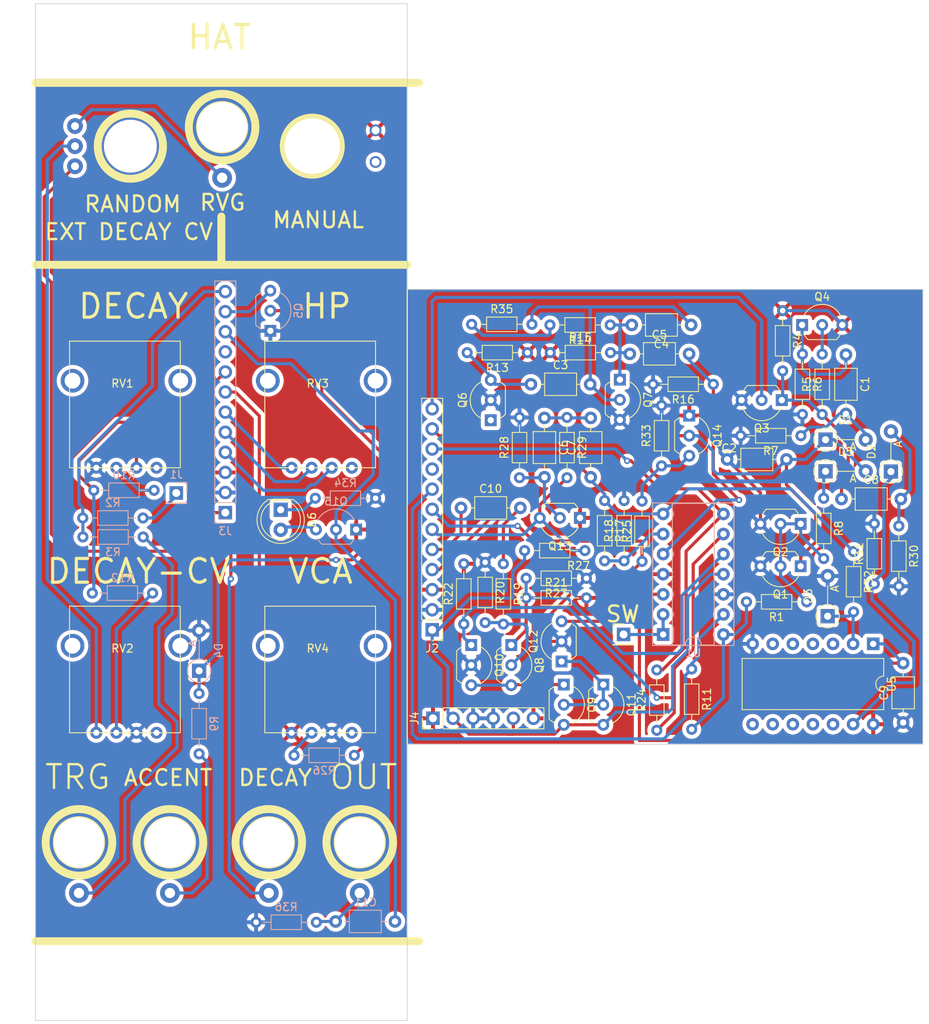
<source format=kicad_pcb>
(kicad_pcb (version 20221018) (generator pcbnew)
  (layers (0 "F.Cu" signal) (31 "B.Cu" signal) (34 "B.Paste" user) (35 "F.Paste" user) (36 "B.SilkS" user "B.Silkscreen") (37 "F.SilkS" user "F.Silkscreen") (38 "B.Mask" user) (39 "F.Mask" user) (44 "Edge.Cuts" user))
  (net 0 "")
  (net 1 "TRG_BUF")
  (net 2 "Net-(D1-A)")
  (net 3 "GND")
  (net 4 "Net-(Q6-E)")
  (net 5 "Net-(Q7-B)")
  (net 6 "Net-(Q7-C)")
  (net 7 "Net-(U1B-+)")
  (net 8 "Net-(C6-Pad1)")
  (net 9 "Net-(Q13-B)")
  (net 10 "NOISE")
  (net 11 "Net-(D2-A)")
  (net 12 "Net-(U1A-+)")
  (net 13 "Net-(D2-K)")
  (net 14 "Net-(D3-K)")
  (net 15 "Net-(D5-K)")
  (net 16 "Net-(J1-Pin_1)")
  (net 17 "Net-(Q1-B)")
  (net 18 "IN")
  (net 19 "Net-(Q4-B)")
  (net 20 "+12V")
  (net 22 "Net-(Q8-C)")
  (net 23 "Net-(Q8-B)")
  (net 24 "Net-(Q10-E)")
  (net 25 "Net-(Q11-B)")
  (net 26 "-12V")
  (net 27 "Net-(Q10-C)")
  (net 28 "ENV")
  (net 29 "DCV")
  (net 30 "Net-(R3-Pad2)")
  (net 31 "Net-(R9-Pad1)")
  (net 32 "Net-(R10-Pad1)")
  (net 33 "Net-(R12-Pad1)")
  (net 34 "Net-(U1B--)")
  (net 35 "NOISE_TONED")
  (net 36 "OUT")
  (net 37 "Net-(SW2-B)")
  (net 39 "Net-(SW2-A)")
  (net 40 "RVG")
  (net 50 "CAP")
  (net 51 "Net-(C10-Pad2)")
  (net 52 "VGND")
  (net 53 "NOISE_HP")
  (net 54 "OFFSET")
  (net 55 "Net-(Q4-C)")
  (net 56 "Net-(D6-A)")
  (net 57 "Net-(D6-K)")
  (net 58 "Net-(D4-K)")
  (net 59 "Net-(R26-Pad1)")
  (net 62 "Net-(R14-Pad2)")
  (net 63 "Net-(C11-Pad2)")
  (footprint "Resistor_THT:R_Axial_DIN0204_L3.6mm_D1.6mm_P7.62mm_Horizontal" (layer "F.Cu") (at 165.08 64.1)
    (fp_text reference "R15")
    (fp_text value "4k7")
  )
  (footprint "Resistor_THT:R_Axial_DIN0204_L3.6mm_D1.6mm_P7.62mm_Horizontal" (layer "F.Cu") (at 162.2 64.1 180)
    (fp_text reference "R13")
    (fp_text value "1M")
  )
  (footprint "Resistor_THT:R_Axial_DIN0204_L3.6mm_D1.6mm_P7.62mm_Horizontal" (layer "F.Cu") (at 199.655 82.51 -90)
    (fp_text reference "R8")
    (fp_text value "100k")
  )
  (footprint "Connector_PinHeader_2.54mm:PinHeader_1x12_P2.54mm_Vertical" (layer "F.Cu") (at 150.155 99.14 180)
    (fp_text reference "J2")
    (fp_text value "Conn_01x12_Pin")
  )
  (footprint "Package_TO_SOT_THT:TO-92_Inline_Wide" (layer "F.Cu") (at 168.845 84.99 180)
    (fp_text reference "Q13")
    (fp_text value "BC547")
  )
  (footprint "LED_THT:LED_D5.0mm" (layer "F.Cu") (at 131 83.96 -90)
    (fp_text reference "D6")
    (fp_text value "LED")
  )
  (footprint "Library:aux_flush" (layer "F.Cu") (at 141 126 90)
    (fp_text reference "U6" hide)
    (fp_text value "Aux_flush")
  )
  (footprint "Capacitor_THT:C_Axial_L3.8mm_D2.6mm_P7.50mm_Horizontal" (layer "F.Cu") (at 153.805 83.72)
    (fp_text reference "C10")
    (fp_text value "470n")
  )
  (footprint "Library:aux_flush" (layer "F.Cu") (at 123.6 35.6 90)
    (fp_text reference "U7" hide)
    (fp_text value "Aux_flush")
  )
  (footprint "Diode_THT:D_A-405_P5.08mm_Vertical_AnodeUp" (layer "F.Cu") (at 199.885 79.1)
    (fp_text reference "D5")
    (fp_text value "D")
  )
  (footprint "MountingHole:MountingHole_3.2mm_M3" (layer "F.Cu") (at 105 23)
    (fp_text reference "REF**" hide)
    (fp_text value "MountingHole_3.2mm_M3")
  )
  (footprint "Resistor_THT:R_Axial_DIN0204_L3.6mm_D1.6mm_P7.62mm_Horizontal" (layer "F.Cu") (at 194.465 58.79 -90)
    (fp_text reference "R4")
    (fp_text value "10k")
  )
  (footprint "Resistor_THT:R_Axial_DIN0204_L3.6mm_D1.6mm_P7.62mm_Horizontal" (layer "F.Cu") (at 196.775 74.6 180)
    (fp_text reference "R7")
    (fp_text value "100k")
  )
  (footprint "Library:switch_flush" (layer "F.Cu") (at 112 38 -90)
    (fp_text reference "SW2" hide)
    (fp_text value "SW_SPDT" hide)
  )
  (footprint "Resistor_THT:R_Axial_DIN0204_L3.6mm_D1.6mm_P7.62mm_Horizontal" (layer "F.Cu") (at 159.155 90.79 -90)
    (fp_text reference "R19")
    (fp_text value "100k")
  )
  (footprint "Resistor_THT:R_Axial_DIN0204_L3.6mm_D1.6mm_P7.62mm_Horizontal" (layer "F.Cu") (at 156.855 90.6 -90)
    (fp_text reference "R20")
    (fp_text value "200R")
  )
  (footprint "Capacitor_THT:C_Axial_L3.8mm_D2.6mm_P7.50mm_Horizontal" (layer "F.Cu") (at 170.2 79.85 90)
    (fp_text reference "C7")
    (fp_text value "470n")
  )
  (footprint "Diode_THT:D_A-405_P5.08mm_Vertical_AnodeUp" (layer "F.Cu") (at 199.885 75.1)
    (fp_text reference "D1")
    (fp_text value "D")
  )
  (footprint "Library:aux_flush" (layer "F.Cu") (at 129.5 126 90)
    (fp_text reference "U4" hide)
    (fp_text value "Aux_flush")
  )
  (footprint "Resistor_THT:R_Axial_DIN0204_L3.6mm_D1.6mm_P7.62mm_Horizontal" (layer "F.Cu") (at 171.955 82.8 -90)
    (fp_text reference "R17")
    (fp_text value "100k")
  )
  (footprint "Resistor_THT:R_Axial_DIN0204_L3.6mm_D1.6mm_P7.62mm_Horizontal" (layer "F.Cu") (at 167.2 72.29 -90)
    (fp_text reference "R29")
    (fp_text value "100k")
  )
  (footprint "Package_TO_SOT_THT:TO-92_Inline_Wide" (layer "F.Cu") (at 196.925 60.6)
    (fp_text reference "Q4")
    (fp_text value "BC557")
  )
  (footprint "Diode_THT:D_A-405_P5.08mm_Vertical_AnodeUp" (layer "F.Cu") (at 200.155 97.415 90)
    (fp_text reference "D3")
    (fp_text value "D")
  )
  (footprint "Resistor_THT:R_Axial_DIN0204_L3.6mm_D1.6mm_P7.62mm_Horizontal" (layer "F.Cu") (at 169.465 89.12 180)
    (fp_text reference "R27")
    (fp_text value "100k")
  )
  (footprint "Connector_PinHeader_2.54mm:PinHeader_1x01_P2.54mm_Vertical" (layer "F.Cu") (at 174.355 99.72)
    (fp_text reference "J5" hide)
    (fp_text value "Conn_01x01_Pin")
  )
  (footprint "Resistor_THT:R_Axial_DIN0204_L3.6mm_D1.6mm_P7.62mm_Horizontal" (layer "F.Cu") (at 196.965 64.29 -90)
    (fp_text reference "R6")
    (fp_text value "100k")
  )
  (footprint "Resistor_THT:R_Axial_DIN0204_L3.6mm_D1.6mm_P7.62mm_Horizontal" (layer "F.Cu") (at 206.055 93.33 90)
    (fp_text reference "R31")
    (fp_text value "100k")
  )
  (footprint "Package_DIP:DIP-14_W10.16mm" (layer "F.Cu") (at 205.911102 100.91 -90)
    (fp_text reference "U5")
    (fp_text value "4066")
  )
  (footprint "Resistor_THT:R_Axial_DIN0204_L3.6mm_D1.6mm_P7.62mm_Horizontal" (layer "F.Cu") (at 182.965 104.09 -90)
    (fp_text reference "R11")
    (fp_text value "100k")
  )
  (footprint "Package_TO_SOT_THT:TO-92_Inline_Wide" (layer "F.Cu") (at 155.095 101.06 -90)
    (fp_text reference "Q10")
    (fp_text value "BC547")
  )
  (footprint "Resistor_THT:R_Axial_DIN0204_L3.6mm_D1.6mm_P7.62mm_Horizontal" (layer "F.Cu") (at 203.430551 89.245 -90)
    (fp_text reference "R32")
    (fp_text value "1k")
  )
  (footprint "MountingHole:MountingHole_3.2mm_M3" (layer "F.Cu") (at 140.5 23)
    (fp_text reference "REF**" hide)
    (fp_text value "MountingHole_3.2mm_M3")
  )
  (footprint "Capacitor_THT:C_Axial_L3.8mm_D2.6mm_P7.50mm_Horizontal" (layer "F.Cu") (at 182.89 60.6 180)
    (fp_text reference "C4")
    (fp_text value "10p")
  )
  (footprint "Package_TO_SOT_THT:TO-92_Inline_Wide" (layer "F.Cu") (at 196.74 85.74 180)
    (fp_text reference "Q2")
    (fp_text value "BC547")
  )
  (footprint "Package_TO_SOT_THT:TO-92_Inline_Wide" (layer "F.Cu") (at 194.355 70.1 180)
    (fp_text reference "Q3")
    (fp_text value "BC547" hide)
  )
  (footprint "Capacitor_THT:C_Axial_L3.8mm_D2.6mm_P7.50mm_Horizontal" (layer "F.Cu") (at 164.35 72.35 -90)
    (fp_text reference "C6")
    (fp_text value "470n")
  )
  (footprint "Library:AlpsPot" (layer "F.Cu") (at 107.69 78.649)
    (fp_text reference "RV1")
    (fp_text value "R_Potentiometer")
  )
  (footprint "Resistor_THT:R_Axial_DIN0204_L3.6mm_D1.6mm_P7.62mm_Horizontal" (layer "F.Cu") (at 199.465 71.91 90)
    (fp_text reference "R5")
    (fp_text value "10k")
  )
  (footprint "Package_TO_SOT_THT:TO-92_Inline_Wide" (layer "F.Cu") (at 171.795 106.06 -90)
    (fp_text reference "Q11")
    (fp_text value "BC547")
  )
  (footprint "Resistor_THT:R_Axial_DIN0204_L3.6mm_D1.6mm_P7.62mm_Horizontal" (layer "F.Cu") (at 174.424449 90.42 90)
    (fp_text reference "R18")
    (fp_text value "100k")
  )
  (footprint "Package_TO_SOT_THT:TO-92_Inline_Wide" (layer "F.Cu") (at 160.155 101.06 -90)
    (fp_text reference "Q8")
    (fp_text value "BC547")
  )
  (footprint "Library:AlpsPot" (layer "F.Cu") (at 132.378447 112.149)
    (fp_text reference "RV4")
    (fp_text value "R_Potentiometer")
  )
  (footprint "Package_TO_SOT_THT:TO-92_Inline_Wide" (layer "F.Cu") (at 173.89 67.52 -90)
    (fp_text reference "Q7")
    (fp_text value "BC547")
  )
  (footprint "Package_TO_SOT_THT:TO-92_Inline_Wide" (layer "F.Cu") (at 196.74 91.1 180)
    (fp_text reference "Q1")
    (fp_text value "BC547")
  )
  (footprint "Library:Push_Flush" (layer "F.Cu") (at 135 38 180)
    (fp_text reference "SW1" hide)
    (fp_text value "SW_Push")
  )
  (footprint "MountingHole:MountingHole_3.2mm_M3" (layer "F.Cu") (at 105.073107 145.5086 180)
    (fp_text reference "REF**" hide)
    (fp_text value "MountingHole_3.2mm_M3")
  )
  (footprint "Capacitor_THT:C_Axial_L3.8mm_D2.6mm_P7.50mm_Horizontal" (layer "F.Cu") (at 187.45 77.6)
    (fp_text reference "C2")
    (fp_text value "470n")
  )
  (footprint "Capacitor_THT:C_Axial_L3.8mm_D2.6mm_P7.50mm_Horizontal" (layer "F.Cu") (at 202.465 64.35 -90)
    (fp_text reference "C1")
    (fp_text value "10n")
  )
  (footprint "Library:AlpsPot" (layer "F.Cu") (at 132.378447 78.649)
    (fp_text reference "RV3")
    (fp_text value "R_Potentiometer")
  )
  (footprint "MountingHole:MountingHole_3.2mm_M3" (layer "F.Cu") (at 140.573107 145.5086 180)
    (fp_text reference "REF**" hide)
    (fp_text value "MountingHole_3.2mm_M3")
  )
  (footprint "Resistor_THT:R_Axial_DIN0204_L3.6mm_D1.6mm_P7.62mm_Horizontal" (layer "F.Cu") (at 161.2 79.91 90)
    (fp_text reference "R28")
    (fp_text value "100k")
  )
  (footprint "Package_TO_SOT_THT:TO-92_Inline_Wide" (layer "F.Cu") (at 182.655 72.06 -90)
    (fp_text reference "Q14")
    (fp_text value "BC547")
  )
  (footprint "Library:AlpsPot" (layer "F.Cu") (at 107.69 112.149)
    (fp_text reference "RV2")
    (fp_text value "R_Potentiometer")
  )
  (footprint "Package_TO_SOT_THT:TO-92_Inline_Wide" (layer "F.Cu") (at 157.56 72.64 90)
    (fp_text reference "Q6")
    (fp_text value "BC547")
  )
  (footprint "Resistor_THT:R_Axial_DIN0204_L3.6mm_D1.6mm_P7.62mm_Horizontal" (layer "F.Cu") (at 178.555 111.83 90)
    (fp_text reference "R24")
    (fp_text value "200k")
  )
  (footprint "Resistor_THT:R_Axial_DIN0204_L3.6mm_D1.6mm_P7.62mm_Horizontal" (layer "F.Cu") (at 197.51 95.6 180)
    (fp_text reference "R1")
    (fp_text value "100k")
  )
  (footprint "Diode_THT:D_A-405_P5.08mm_Vertical_AnodeUp" (layer "F.Cu") (at 208.155 79.135 90)
    (fp_text reference "D2")
    (fp_text value "D")
  )
  (footprint "Resistor_THT:R_Axial_DIN0204_L3.6mm_D1.6mm_P7.62mm_Horizontal" (layer "F.Cu") (at 176.69 90.49 90)
    (fp_text reference "R25")
    (fp_text value "100k")
  )
  (footprint "Library:aux_flush" (layer "F.Cu") (at 117 126 90)
    (fp_text reference "U3" hide)
    (fp_text value "Aux_flush")
  )
  (footprint "Connector_PinHeader_2.54mm:PinHeader_1x06_P2.54mm_Vertical" (layer "F.Cu") (at 150.255 110.32 90)
    (fp_text reference "J4")
    (fp_text value "Conn_01x06_Pin")
  )
  (footprint "Resistor_THT:R_Axial_DIN0204_L3.6mm_D1.6mm_P7.62mm_Horizontal" (layer "F.Cu") (at 209.155 86.01 -90)
    (fp_text reference "R30")
    (fp_text value "100k")
  )
  (footprint "Package_TO_SOT_THT:TO-92_Inline_Wide" (layer "F.Cu") (at 166.515 103.14 90)
    (fp_text reference "Q12")
    (fp_text value "BC557")
  )
  (footprint "Capacitor_THT:C_Axial_L3.8mm_D2.6mm_P7.50mm_Horizontal" (layer "F.Cu") (at 209.7 110.85 90)
    (fp_text reference "C9")
    (fp_text value "C")
  )
  (footprint "Resistor_THT:R_Axial_DIN0204_L3.6mm_D1.6mm_P7.62mm_Horizontal" (layer "F.Cu") (at 169.655 92.62 180)
    (fp_text reference "R23")
    (fp_text value "200k")
  )
  (footprint "Package_TO_SOT_THT:TO-92_Inline_Wide" (layer "F.Cu") (at 166.795 106.06 -90)
    (fp_text reference "Q9")
    (fp_text value "BC547")
  )
  (footprint "Library:aux_flush" (layer "F.Cu") (at 105.5 126 90)
    (fp_text reference "U2" hide)
    (fp_text value "Aux_flush")
  )
  (footprint "Resistor_THT:R_Axial_DIN0204_L3.6mm_D1.6mm_P7.62mm_Horizontal" (layer "F.Cu") (at 162.035 95.1)
    (fp_text reference "R21")
    (fp_text value "50k")
  )
  (footprint "Resistor_THT:R_Axial_DIN0204_L3.6mm_D1.6mm_P7.62mm_Horizontal" (layer "F.Cu") (at 179.155 78.41 90)
    (fp_text reference "R33")
    (fp_text value "100k")
  )
  (footprint "Capacitor_THT:C_Axial_L3.8mm_D2.6mm_P7.50mm_Horizontal" (layer "F.Cu") (at 162.64 68.1)
    (fp_text reference "C3")
    (fp_text value "100n")
  )
  (footprint "Resistor_THT:R_Axial_DIN0204_L3.6mm_D1.6mm_P7.62mm_Horizontal" (layer "F.Cu") (at 185.7 68.1 180)
    (fp_text reference "R16")
    (fp_text value "100k")
  )
  (footprint "Capacitor_THT:C_Axial_L3.8mm_D2.6mm_P7.50mm_Horizontal" (layer "F.Cu") (at 201.905 82.6)
    (fp_text reference "C8")
    (fp_text value "C")
  )
  (footprint "Resistor_THT:R_Axial_DIN0204_L3.6mm_D1.6mm_P7.62mm_Horizontal" (layer "F.Cu") (at 172.665 60.6 180)
    (fp_text reference "R14")
    (fp_text value "1M")
  )
  (footprint "Resistor_THT:R_Axial_DIN0204_L3.6mm_D1.6mm_P7.62mm_Horizontal" (layer "F.Cu") (at 154.155 98.41 90)
    (fp_text reference "R22")
    (fp_text value "50k")
  )
  (footprint "Capacitor_THT:C_Axial_L3.8mm_D2.6mm_P7.50mm_Horizontal" (layer "F.Cu") (at 175.14 64.25)
    (fp_text reference "C5")
    (fp_text value "470n")
  )
  (footprint "Resistor_THT:R_Axial_DIN0204_L3.6mm_D1.6mm_P7.62mm_Horizontal" (layer "F.Cu") (at 155.145 60.52)
    (fp_text reference "R35")
    (fp_text value "1M")
  )
  (footprint "Diode_THT:D_A-405_P5.08mm_Vertical_AnodeUp" (layer "B.Cu") (at 120.688447 104.315 90)
    (fp_text reference "D4")
    (fp_text value "D")
  )
  (footprint "Resistor_THT:R_Axial_DIN0204_L3.6mm_D1.6mm_P7.62mm_Horizontal" (layer "B.Cu") (at 120.688447 114.81 90)
    (fp_text reference "R9")
    (fp_text value "1M")
  )
  (footprint "Resistor_THT:R_Axial_DIN0204_L3.6mm_D1.6mm_P7.62mm_Horizontal" (layer "B.Cu") (at 106 87.4)
    (fp_text reference "R3")
    (fp_text value "10k")
  )
  (footprint "Capacitor_THT:C_Axial_L3.8mm_D2.6mm_P7.50mm_Horizontal" (layer "B.Cu") (at 145.45 136 180)
    (fp_text reference "C11")
    (fp_text value "470n")
  )
  (footprint "Resistor_THT:R_Axial_DIN0204_L3.6mm_D1.6mm_P7.62mm_Horizontal" (layer "B.Cu") (at 113.6 85 180)
    (fp_text reference "R2")
    (fp_text value "10k")
  )
  (footprint "Resistor_THT:R_Axial_DIN0204_L3.6mm_D1.6mm_P7.62mm_Horizontal" (layer "B.Cu") (at 114.998447 81.5 180)
    (fp_text reference "R10")
    (fp_text value "100k")
  )
  (footprint "Resistor_THT:R_Axial_DIN0204_L3.6mm_D1.6mm_P7.62mm_Horizontal" (layer "B.Cu") (at 132.69 115)
    (fp_text reference "R26")
    (fp_text value "100k")
  )
  (footprint "Resistor_THT:R_Axial_DIN0204_L3.6mm_D1.6mm_P7.62mm_Horizontal" (layer "B.Cu") (at 114.808447 94.5 180)
    (fp_text reference "R12")
    (fp_text value "100k")
  )
  (footprint "Connector_PinHeader_2.54mm:PinHeader_1x01_P2.54mm_Vertical" (layer "B.Cu") (at 117.8 81.84 180)
    (fp_text reference "J1")
    (fp_text value "Conn_01x01_Pin")
  )
  (footprint "Package_TO_SOT_THT:TO-92_Inline_Wide" (layer "B.Cu") (at 140.54 86.46 180)
    (fp_text reference "Q15")
    (fp_text value "BC547")
  )
  (footprint "Connector_PinHeader_2.54mm:PinHeader_1x12_P2.54mm_Vertical" (layer "B.Cu") (at 124 84.32)
    (fp_text reference "J3")
    (fp_text value "Conn_01x12_Pin")
  )
  (footprint "Resistor_THT:R_Axial_DIN0204_L3.6mm_D1.6mm_P7.62mm_Horizontal" (layer "B.Cu") (at 143 82.5 180)
    (fp_text reference "R34")
    (fp_text value "200k")
  )
  (footprint "Package_DIP:DIP-14_W7.62mm_Socket" (layer "B.Cu") (at 179.355 99.725)
    (fp_text reference "U1")
    (fp_text value "TL074")
  )
  (footprint "Package_TO_SOT_THT:TO-92_Inline_Wide" (layer "B.Cu") (at 129.7 61.34 90)
    (fp_text reference "Q5")
    (fp_text value "BC557")
  )
  (footprint "Resistor_THT:R_Axial_DIN0204_L3.6mm_D1.6mm_P7.62mm_Horizontal" (layer "B.Cu") (at 135.51 136.1 180)
    (fp_text reference "R36")
    (fp_text value "100k")
  )
  (gr_line (start 123.5 53) (end 123.5 46.9) (stroke (width 1)) (layer "F.SilkS"))
  (gr_line (start 100 53) (end 147 53) (stroke (width 1)) (layer "F.SilkS"))
  (gr_line (start 100 30) (end 148.5 30) (stroke (width 1)) (layer "F.SilkS"))
  (gr_line (start 148.5 138.5) (end 100 138.5) (stroke (width 1)) (layer "F.SilkS"))
  (gr_line (start 147 56.1) (end 147 113.6) (stroke (width 0.15)) (layer "F.SilkS"))
  (gr_line (start 147 148.5) (end 100 148.5) (stroke (width 0.1)) (layer "Edge.Cuts"))
  (gr_line (start 212.2 56.1) (end 212.2 113.6) (stroke (width 0.1)) (layer "Edge.Cuts"))
  (gr_line (start 212.2 113.6) (end 147 113.6) (stroke (width 0.1)) (layer "Edge.Cuts"))
  (gr_line (start 100 148.5) (end 100 20) (stroke (width 0.1)) (layer "Edge.Cuts"))
  (gr_line (start 147 113.6) (end 147 148.5) (stroke (width 0.1)) (layer "Edge.Cuts"))
  (gr_line (start 147 20) (end 147 56.1) (stroke (width 0.1)) (layer "Edge.Cuts"))
  (gr_line (start 147 56.1) (end 212.2 56.1) (stroke (width 0.1)) (layer "Edge.Cuts"))
  (gr_line (start 100 20) (end 147 20) (stroke (width 0.1)) (layer "Edge.Cuts"))
  (gr_text "HP" (at 133.5 60) (layer "F.SilkS") (effects (font (size 3 3) (thickness 0.4) bold) (justify left bottom)))
  (gr_text "DECAY-CV" (at 101.188447 93.5) (layer "F.SilkS") (effects (font (size 3 3) (thickness 0.4) bold) (justify left bottom)))
  (gr_text "DECAY" (at 105.188447 60) (layer "F.SilkS") (effects (font (size 3 3) (thickness 0.4) bold) (justify left bottom)))
  (gr_text "MANUAL" (at 129.8 48.5) (layer "F.SilkS") (effects (font (size 2 2) (thickness 0.3)) (justify left bottom)))
  (gr_text "RANDOM\n" (at 106 46.5) (layer "F.SilkS") (effects (font (size 2 2) (thickness 0.3)) (justify left bottom)))
  (gr_text "ACCENT\n" (at 111 119) (layer "F.SilkS") (effects (font (size 2 2) (thickness 0.3)) (justify left bottom)))
  (gr_text "TRG" (at 101 119.5) (layer "F.SilkS") (effects (font (size 3 3) (thickness 0.3)) (justify left bottom)))
  (gr_text "RVG" (at 120.6 46.3) (layer "F.SilkS") (effects (font (size 2 2) (thickness 0.3)) (justify left bottom)))
  (gr_text "VCA" (at 131.688447 93.5) (layer "F.SilkS") (effects (font (size 3 3) (thickness 0.4) bold) (justify left bottom)))
  (gr_text "EXT DECAY CV" (at 101 50) (layer "F.SilkS") (effects (font (size 2 2) (thickness 0.3)) (justify left bottom)))
  (gr_text "SW" (at 171.955 98.32) (layer "F.SilkS") (effects (font (size 2 2) (thickness 0.3) bold) (justify left bottom)))
  (gr_text "OUT\n" (at 137 119.5) (layer "F.SilkS") (effects (font (size 3 3) (thickness 0.3)) (justify left bottom)))
  (gr_text "HAT" (at 119 26) (layer "F.SilkS") (effects (font (size 3 3) (thickness 0.4)) (justify left bottom)))
  (gr_text "DECAY" (at 125.5 119) (layer "F.SilkS") (effects (font (size 2 2) (thickness 0.3)) (justify left bottom)))
  (segment (start 201.905 82.6) (end 201.905 81.07) (width 0.4) (layer "F.Cu") (net 1))
  (segment (start 202.755 80.22) (end 202.755 75.2) (width 0.4) (layer "F.Cu") (net 1))
  (segment (start 202.755 75.2) (end 199.465 71.91) (width 0.4) (layer "F.Cu") (net 1))
  (segment (start 201.905 81.07) (end 202.755 80.22) (width 0.4) (layer "F.Cu") (net 1))
  (segment (start 194.465 66.41) (end 194.465 69.99) (width 0.4) (layer "B.Cu") (net 1))
  (segment (start 194.465 69.99) (end 194.355 70.1) (width 0.4) (layer "B.Cu") (net 1))
  (segment (start 199.465 71.91) (end 197.655 70.1) (width 0.4) (layer "B.Cu") (net 1))
  (segment (start 197.655 70.1) (end 194.355 70.1) (width 0.4) (layer "B.Cu") (net 1))
  (segment (start 201.625 71.85) (end 202.465 71.85) (width 0.4) (layer "B.Cu") (net 2))
  (segment (start 199.955 73.52) (end 201.625 71.85) (width 0.4) (layer "B.Cu") (net 2))
  (segment (start 202.465 71.85) (end 204.965 74.35) (width 0.4) (layer "B.Cu") (net 2))
  (segment (start 204.965 74.35) (end 204.965 75.1) (width 0.4) (layer "B.Cu") (net 2))
  (segment (start 196.775 74.6) (end 197.855 73.52) (width 0.4) (layer "B.Cu") (net 2))
  (segment (start 197.855 73.52) (end 199.955 73.52) (width 0.4) (layer "B.Cu") (net 2))
  (segment (start 164.835 100.6) (end 164.655 100.42) (width 0.4) (layer "F.Cu") (net 3))
  (segment (start 191.66 85.74) (end 191.66 81.81) (width 0.4) (layer "F.Cu") (net 3))
  (segment (start 164.655 100.42) (end 164.655 97.62) (width 0.4) (layer "F.Cu") (net 3))
  (segment (start 191.66 81.81) (end 187.45 77.6) (width 0.4) (layer "F.Cu") (net 3))
  (segment (start 166.515 100.6) (end 164.835 100.6) (width 0.4) (layer "F.Cu") (net 3))
  (segment (start 164.655 97.62) (end 169.655 92.62) (width 0.4) (layer "F.Cu") (net 3))
  (segment (start 157.56 67.08) (end 157.56 67.56) (width 0.4) (layer "B.Cu") (net 4))
  (segment (start 162.64 68.1) (end 158.1 68.1) (width 0.4) (layer "B.Cu") (net 4))
  (segment (start 158.1 68.1) (end 157.56 67.56) (width 0.4) (layer "B.Cu") (net 4))
  (segment (start 154.58 64.1) (end 157.56 67.08) (width 0.4) (layer "B.Cu") (net 4))
  (segment (start 170.14 68.1) (end 170.14 58.335) (width 0.4) (layer "B.Cu") (net 5))
  (segment (start 163.555 58.32) (end 170.155 58.32) (width 0.4) (layer "B.Cu") (net 5))
  (segment (start 180.61 58.32) (end 170.155 58.32) (width 0.4) (layer "B.Cu") (net 5))
  (segment (start 170.14 58.335) (end 170.155 58.32) (width 0.4) (layer "B.Cu") (net 5))
  (segment (start 162.765 59.11) (end 163.555 58.32) (width 0.4) (layer "B.Cu") (net 5))
  (segment (start 173.89 70.06) (end 172.1 70.06) (width 0.4) (layer "B.Cu") (net 5))
  (segment (start 182.89 60.6) (end 180.61 58.32) (width 0.4) (layer "B.Cu") (net 5))
  (segment (start 162.765 60.52) (end 162.765 59.11) (width 0.4) (layer "B.Cu") (net 5))
  (segment (start 172.1 70.06) (end 170.14 68.1) (width 0.4) (layer "B.Cu") (net 5))
  (segment (start 174.99 64.1) (end 175.14 64.25) (width 0.4) (layer "B.Cu") (net 6))
  (segment (start 172.7 64.1) (end 174.99 64.1) (width 0.4) (layer "B.Cu") (net 6))
  (segment (start 173.89 67.52) (end 173.89 60.6) (width 0.4) (layer "B.Cu") (net 6))
  (segment (start 172.83 60.6) (end 175.39 60.6) (width 0.4) (layer "B.Cu") (net 6))
  (segment (start 185.7 79.465) (end 185.7 68.1) (width 0.4) (layer "F.Cu") (net 7))
  (segment (start 188.955 82.72) (end 185.7 79.465) (width 0.4) (layer "F.Cu") (net 7))
  (via (at 188.955 82.72) (size 0.8) (drill 0.4) (layers "F.Cu" "B.Cu") (net 7))
  (segment (start 179.355 89.565) (end 186.2 82.72) (width 0.4) (layer "B.Cu") (net 7))
  (segment (start 186.2 82.72) (end 188.955 82.72) (width 0.4) (layer "B.Cu") (net 7))
  (segment (start 185.7 68.1) (end 182.64 65.04) (width 0.4) (layer "B.Cu") (net 7))
  (segment (start 182.64 65.04) (end 182.64 64.25) (width 0.4) (layer "B.Cu") (net 7))
  (segment (start 170.2 72.35) (end 167.26 72.35) (width 0.4) (layer "B.Cu") (net 8))
  (segment (start 164.35 72.35) (end 167.14 72.35) (width 0.4) (layer "B.Cu") (net 8))
  (segment (start 167.14 72.35) (end 167.2 72.29) (width 0.4) (layer "B.Cu") (net 8))
  (segment (start 167.26 72.35) (end 167.2 72.29) (width 0.4) (layer "B.Cu") (net 8))
  (segment (start 161.2 79.91) (end 164.29 79.91) (width 0.4) (layer "B.Cu") (net 9))
  (segment (start 164.35 79.85) (end 164.35 83.035) (width 0.4) (layer "B.Cu") (net 9))
  (segment (start 164.29 79.91) (end 164.35 79.85) (width 0.4) (layer "B.Cu") (net 9))
  (segment (start 164.35 83.035) (end 166.305 84.99) (width 0.4) (layer "B.Cu") (net 9))
  (segment (start 150.155 91.52) (end 151.055 91.52) (width 0.4) (layer "F.Cu") (net 10))
  (segment (start 151.055 91.52) (end 158.155 84.42) (width 0.4) (layer "F.Cu") (net 10))
  (segment (start 158.155 78.52) (end 168.87 78.52) (width 0.4) (layer "F.Cu") (net 10))
  (segment (start 158.155 84.42) (end 158.155 78.52) (width 0.4) (layer "F.Cu") (net 10))
  (segment (start 168.87 78.52) (end 170.2 79.85) (width 0.4) (layer "F.Cu") (net 10))
  (segment (start 134.1 81.5) (end 134.8 80.8) (width 0.4) (layer "B.Cu") (net 10))
  (segment (start 171.955 81.975) (end 170.2 80.22) (width 0.4) (layer "B.Cu") (net 10))
  (segment (start 135.307447 80.8) (end 137.458447 78.649) (width 0.4) (layer "B.Cu") (net 10))
  (segment (start 203.430551 89.245) (end 195.505551 81.32) (width 0.4) (layer "B.Cu") (net 10))
  (segment (start 179.355 84.485) (end 173.64 84.485) (width 0.4) (layer "B.Cu") (net 10))
  (segment (start 128.8 81.5) (end 134.1 81.5) (width 0.4) (layer "B.Cu") (net 10))
  (segment (start 173.64 84.485) (end 171.955 82.8) (width 0.4) (layer "B.Cu") (net 10))
  (segment (start 182.52 81.32) (end 179.355 84.485) (width 0.4) (layer "B.Cu") (net 10))
  (segment (start 124 76.7) (end 128.8 81.5) (width 0.4) (layer "B.Cu") (net 10))
  (segment (start 195.505551 81.32) (end 182.52 81.32) (width 0.4) (layer "B.Cu") (net 10))
  (segment (start 170.2 80.22) (end 170.2 79.85) (width 0.4) (layer "B.Cu") (net 10))
  (segment (start 171.955 82.8) (end 171.955 81.975) (width 0.4) (layer "B.Cu") (net 10))
  (segment (start 134.8 80.8) (end 135.307447 80.8) (width 0.4) (layer "B.Cu") (net 10))
  (segment (start 210.555 81.45) (end 209.405 82.6) (width 0.4) (layer "B.Cu") (net 11))
  (segment (start 208.155 74.055) (end 210.555 76.455) (width 0.4) (layer "B.Cu") (net 11))
  (segment (start 209.155 82.85) (end 209.405 82.6) (width 0.4) (layer "B.Cu") (net 11))
  (segment (start 210.555 76.455) (end 210.555 81.45) (width 0.4) (layer "B.Cu") (net 11))
  (segment (start 209.155 86.01) (end 209.155 82.85) (width 0.4) (layer "B.Cu") (net 11))
  (segment (start 193.525 103.35) (end 209.7 103.35) (width 0.4) (layer "F.Cu") (net 12))
  (segment (start 183.755 113.12) (end 193.525 103.35) (width 0.4) (layer "F.Cu") (net 12))
  (segment (start 178.13 94.645) (end 176.355 96.42) (width 0.4) (layer "F.Cu") (net 12))
  (segment (start 179.355 94.645) (end 178.13 94.645) (width 0.4) (layer "F.Cu") (net 12))
  (segment (start 176.355 113.12) (end 183.755 113.12) (width 0.4) (layer "F.Cu") (net 12))
  (segment (start 176.355 96.42) (end 176.355 113.12) (width 0.4) (layer "F.Cu") (net 12))
  (segment (start 205.911102 100.91) (end 207.26 100.91) (width 0.4) (layer "B.Cu") (net 12))
  (segment (start 207.26 100.91) (end 209.7 103.35) (width 0.4) (layer "B.Cu") (net 12))
  (segment (start 211.055 100.62) (end 205.755 95.32) (width 0.4) (layer "B.Cu") (net 13))
  (segment (start 208.155 80.02) (end 207.255 80.92) (width 0.4) (layer "B.Cu") (net 13))
  (segment (start 208.155 79.135) (end 208.155 80.02) (width 0.4) (layer "B.Cu") (net 13))
  (segment (start 205.755 95.32) (end 205.755 93.33) (width 0.4) (layer "B.Cu") (net 13))
  (segment (start 203.371102 111.07) (end 208.621102 105.82) (width 0.4) (layer "B.Cu") (net 13))
  (segment (start 207.255 91.83) (end 205.755 93.33) (width 0.4) (layer "B.Cu") (net 13))
  (segment (start 208.621102 105.82) (end 211.055 105.82) (width 0.4) (layer "B.Cu") (net 13))
  (segment (start 207.255 80.92) (end 207.255 91.83) (width 0.4) (layer "B.Cu") (net 13))
  (segment (start 211.055 105.82) (end 211.055 100.62) (width 0.4) (layer "B.Cu") (net 13))
  (segment (start 202.880551 97.415) (end 203.430551 96.865) (width 0.4) (layer "B.Cu") (net 14))
  (segment (start 203.371102 100.91) (end 203.371102 96.924449) (width 0.4) (layer "B.Cu") (net 14))
  (segment (start 200.155 97.415) (end 202.880551 97.415) (width 0.4) (layer "B.Cu") (net 14))
  (segment (start 203.371102 96.924449) (end 203.430551 96.865) (width 0.4) (layer "B.Cu") (net 14))
  (segment (start 199.655 82.51) (end 199.655 79.33) (width 0.4) (layer "B.Cu") (net 15))
  (segment (start 199.655 79.33) (end 199.885 79.1) (width 0.4) (layer "B.Cu") (net 15))
  (segment (start 113.6 85) (end 114.99 85) (width 0.4) (layer "B.Cu") (net 16))
  (segment (start 114.99 85) (end 117.8 82.19) (width 0.4) (layer "B.Cu") (net 16))
  (segment (start 194.2 91.1) (end 194.2 92.29) (width 0.4) (layer "B.Cu") (net 17))
  (segment (start 194.2 91.1) (end 194.2 85.74) (width 0.4) (layer "B.Cu") (net 17))
  (segment (start 196.74 87.215) (end 196.74 85.74) (width 0.4) (layer "B.Cu") (net 17))
  (segment (start 194.2 85.74) (end 196.74 85.74) (width 0.4) (layer "B.Cu") (net 17))
  (segment (start 199.655 90.13) (end 196.74 87.215) (width 0.4) (layer "B.Cu") (net 17))
  (segment (start 194.2 92.29) (end 197.51 95.6) (width 0.4) (layer "B.Cu") (net 17))
  (segment (start 150.655 57.12) (end 188.855 57.12) (width 0.4) (layer "B.Cu") (net 18))
  (segment (start 114.8 68.3) (end 105.5 77.6) (width 0.4) (layer "B.Cu") (net 18))
  (segment (start 105.5 77.6) (end 105.5 83.2) (width 0.4) (layer "B.Cu") (net 18))
  (segment (start 121.32 56.38) (end 114.8 62.9) (width 0.4) (layer "B.Cu") (net 18))
  (segment (start 106 87.4) (end 106 85.02) (width 0.4) (layer "B.Cu") (net 18))
  (segment (start 188.855 57.12) (end 191.815 60.08) (width 0.4) (layer "B.Cu") (net 18))
  (segment (start 150.155 57.62) (end 150.655 57.12) (width 0.4) (layer "B.Cu") (net 18))
  (segment (start 114.8 62.9) (end 114.8 68.3) (width 0.4) (layer "B.Cu") (net 18))
  (segment (start 150.155 71.2) (end 150.155 57.62) (width 0.4) (layer "B.Cu") (net 18))
  (segment (start 106 85.02) (end 105.98 85) (width 0.4) (layer "B.Cu") (net 18))
  (segment (start 105.98 83.68) (end 105.5 83.2) (width 0.4) (layer "B.Cu") (net 18))
  (segment (start 105.98 85) (end 105.98 83.68) (width 0.4) (layer "B.Cu") (net 18))
  (segment (start 124 56.38) (end 121.32 56.38) (width 0.4) (layer "B.Cu") (net 18))
  (segment (start 191.815 60.08) (end 191.815 70.1) (width 0.4) (layer "B.Cu") (net 18))
  (segment (start 199.465 60.6) (end 199.465 64.29) (width 0.4) (layer "B.Cu") (net 19))
  (segment (start 200.195 58.79) (end 202.005 60.6) (width 0.4) (layer "B.Cu") (net 20))
  (segment (start 194.465 58.79) (end 200.195 58.79) (width 0.4) (layer "B.Cu") (net 20))
  (segment (start 162.035 99.18) (end 162.035 95.1) (width 0.4) (layer "F.Cu") (net 22))
  (segment (start 160.155 101.06) (end 162.035 99.18) (width 0.4) (layer "F.Cu") (net 22))
  (segment (start 181.755 94.785) (end 181.755 101.52) (width 0.4) (layer "B.Cu") (net 22))
  (segment (start 162.035 92.1) (end 162.035 95.1) (width 0.4) (layer "B.Cu") (net 22))
  (segment (start 174.255 102.12) (end 167.235 95.1) (width 0.4) (layer "B.Cu") (net 22))
  (segment (start 186.975 89.565) (end 181.755 94.785) (width 0.4) (layer "B.Cu") (net 22))
  (segment (start 181.155 102.12) (end 174.255 102.12) (width 0.4) (layer "B.Cu") (net 22))
  (segment (start 181.755 101.52) (end 181.155 102.12) (width 0.4) (layer "B.Cu") (net 22))
  (segment (start 167.235 95.1) (end 162.035 95.1) (width 0.4) (layer "B.Cu") (net 22))
  (segment (start 159.155 98.41) (end 161.745 98.41) (width 0.4) (layer "B.Cu") (net 23))
  (segment (start 161.745 98.41) (end 162.155 98.82) (width 0.4) (layer "B.Cu") (net 23))
  (segment (start 158.965 98.22) (end 159.155 98.41) (width 0.4) (layer "B.Cu") (net 23))
  (segment (start 162.155 98.82) (end 162.155 101.6) (width 0.4) (layer "B.Cu") (net 23))
  (segment (start 162.155 101.6) (end 160.155 103.6) (width 0.4) (layer "B.Cu") (net 23))
  (segment (start 156.855 98.22) (end 158.965 98.22) (width 0.4) (layer "B.Cu") (net 23))
  (segment (start 166.795 106.06) (end 160.235 106.06) (width 0.4) (layer "F.Cu") (net 24))
  (segment (start 160.235 106.06) (end 160.155 106.14) (width 0.4) (layer "F.Cu") (net 24))
  (segment (start 155.095 106.14) (end 160.155 106.14) (width 0.4) (layer "B.Cu") (net 24))
  (segment (start 155.175 106.06) (end 155.095 106.14) (width 0.4) (layer "B.Cu") (net 24))
  (segment (start 171.795 106.06) (end 171.795 108.6) (width 0.4) (layer "B.Cu") (net 25))
  (segment (start 168.875 103.14) (end 171.795 106.06) (width 0.4) (layer "B.Cu") (net 25))
  (segment (start 166.795 108.6) (end 171.795 108.6) (width 0.4) (layer "B.Cu") (net 25))
  (segment (start 166.515 103.14) (end 168.875 103.14) (width 0.4) (layer "B.Cu") (net 25))
  (segment (start 154.795 112.32) (end 159.755 112.32) (width 0.4) (layer "F.Cu") (net 26))
  (segment (start 165.615 112.32) (end 166.795 111.14) (width 0.4) (layer "F.Cu") (net 26))
  (segment (start 152.795 110.32) (end 154.795 112.32) (width 0.4) (layer "F.Cu") (net 26))
  (segment (start 160.355 112.32) (end 159.755 112.32) (width 0.4) (layer "F.Cu") (net 26))
  (segment (start 166.795 111.14) (end 171.795 111.14) (width 0.4) (layer "F.Cu") (net 26))
  (segment (start 113.2 76.7) (end 112.77 77.13) (width 0.4) (layer "F.Cu") (net 26))
  (segment (start 160.415 112.26) (end 160.355 112.32) (width 0.4) (layer "F.Cu") (net 26))
  (segment (start 159.755 112.32) (end 165.615 112.32) (width 0.4) (layer "F.Cu") (net 26))
  (segment (start 122.22 84.32) (end 120.4 82.5) (width 0.4) (layer "F.Cu") (net 26))
  (segment (start 124 84.32) (end 122.22 84.32) (width 0.4) (layer "F.Cu") (net 26))
  (segment (start 120.4 82.5) (end 120.4 76.7) (width 0.4) (layer "F.Cu") (net 26))
  (segment (start 160.415 110.32) (end 160.415 112.26) (width 0.4) (layer "F.Cu") (net 26))
  (segment (start 120.4 76.7) (end 113.2 76.7) (width 0.4) (layer "F.Cu") (net 26))
  (segment (start 112.77 77.13) (end 112.77 78.649) (width 0.4) (layer "F.Cu") (net 26))
  (segment (start 180.555 109.02) (end 180.055 109.52) (width 0.4) (layer "B.Cu") (net 26))
  (segment (start 150.155 99.14) (end 150.935 99.14) (width 0.4) (layer "B.Cu") (net 26))
  (segment (start 180.555 103.72) (end 180.555 109.02) (width 0.4) (layer "B.Cu") (net 26))
  (segment (start 150.155 99.14) (end 150.155 101.82) (width 0.4) (layer "B.Cu") (net 26))
  (segment (start 173.415 109.52) (end 171.795 111.14) (width 0.4) (layer "B.Cu") (net 26))
  (segment (start 185.37 92.105) (end 182.455 95.02) (width 0.4) (layer "B.Cu") (net 26))
  (segment (start 160.355 95.12) (end 160.355 91.72) (width 0.4) (layer "B.Cu") (net 26))
  (segment (start 160.355 91.72) (end 161.845 90.23) (width 0.4) (layer "B.Cu") (net 26))
  (segment (start 161.845 90.23) (end 161.845 89.12) (width 0.4) (layer "B.Cu") (net 26))
  (segment (start 152.155 103.82) (end 152.155 109.68) (width 0.4) (layer "B.Cu") (net 26))
  (segment (start 150.155 101.82) (end 152.155 103.82) (width 0.4) (layer "B.Cu") (net 26))
  (segment (start 186.975 92.105) (end 185.37 92.105) (width 0.4) (layer "B.Cu") (net 26))
  (segment (start 152.155 109.68) (end 152.795 110.32) (width 0.4) (layer "B.Cu") (net 26))
  (segment (start 150.935 99.14) (end 154.955 95.12) (width 0.4) (layer "B.Cu") (net 26))
  (segment (start 182.455 95.02) (end 182.455 101.82) (width 0.4) (layer "B.Cu") (net 26))
  (segment (start 180.055 109.52) (end 173.415 109.52) (width 0.4) (layer "B.Cu") (net 26))
  (segment (start 154.955 95.12) (end 160.355 95.12) (width 0.4) (layer "B.Cu") (net 26))
  (segment (start 182.455 101.82) (end 180.555 103.72) (width 0.4) (layer "B.Cu") (net 26))
  (segment (start 180.755 107.72) (end 180.755 109.63) (width 0.4) (layer "F.Cu") (net 27))
  (segment (start 178.555 107.72) (end 180.755 107.72) (width 0.4) (layer "F.Cu") (net 27))
  (segment (start 186.975 87.025) (end 183.155 90.845) (width 0.4) (layer "F.Cu") (net 27))
  (segment (start 183.155 90.845) (end 183.155 101.62) (width 0.4) (layer "F.Cu") (net 27))
  (segment (start 183.155 101.62) (end 180.755 104.02) (width 0.4) (layer "F.Cu") (net 27))
  (segment (start 180.755 109.63) (end 178.555 111.83) (width 0.4) (layer "F.Cu") (net 27))
  (segment (start 180.755 104.02) (end 180.755 107.72) (width 0.4) (layer "F.Cu") (net 27))
  (via (at 178.555 107.72) (size 0.8) (drill 0.4) (layers "F.Cu" "B.Cu") (net 27))
  (segment (start 154.155 98.41) (end 154.155 100.12) (width 0.4) (layer "B.Cu") (net 27))
  (segment (start 168.755 97.72) (end 178.555 107.52) (width 0.4) (layer "B.Cu") (net 27))
  (segment (start 154.155 97.52) (end 154.355 97.32) (width 0.4) (layer "B.Cu") (net 27))
  (segment (start 160.955 96.32) (end 167.355 96.32) (width 0.4) (layer "B.Cu") (net 27))
  (segment (start 159.855 96.32) (end 160.955 96.32) (width 0.4) (layer "B.Cu") (net 27))
  (segment (start 154.155 98.41) (end 154.155 97.52) (width 0.4) (layer "B.Cu") (net 27))
  (segment (start 178.555 107.72) (end 178.555 107.62) (width 0.4) (layer "B.Cu") (net 27))
  (segment (start 154.155 100.12) (end 155.095 101.06) (width 0.4) (layer "B.Cu") (net 27))
  (segment (start 178.555 107.52) (end 178.555 107.72) (width 0.4) (layer "B.Cu") (net 27))
  (segment (start 154.355 97.32) (end 155.355 96.32) (width 0.4) (layer "B.Cu") (net 27))
  (segment (start 167.355 96.32) (end 168.755 97.72) (width 0.4) (layer "B.Cu") (net 27))
  (segment (start 155.355 96.32) (end 159.855 96.32) (width 0.4) (layer "B.Cu") (net 27))
  (segment (start 176.69 80.875) (end 176.69 82.87) (width 0.4) (layer "B.Cu") (net 28))
  (segment (start 179.155 78.41) (end 176.69 80.875) (width 0.4) (layer "B.Cu") (net 28))
  (segment (start 181.385 78.41) (end 182.655 77.14) (width 0.4) (layer "B.Cu") (net 28))
  (segment (start 179.155 78.41) (end 181.385 78.41) (width 0.4) (layer "B.Cu") (net 28))
  (segment (start 186.975 107.7) (end 182.965 111.71) (width 0.4) (layer "B.Cu") (net 29))
  (segment (start 186.975 99.725) (end 188.45 99.725) (width 0.4) (layer "B.Cu") (net 29))
  (segment (start 186.975 99.725) (end 186.975 107.7) (width 0.4) (layer "B.Cu") (net 29))
  (segment (start 188.45 99.725) (end 189.89 98.285) (width 0.4) (layer "B.Cu") (net 29))
  (segment (start 189.89 98.285) (end 189.89 95.6) (width 0.4) (layer "B.Cu") (net 29))
  (segment (start 113.74 87.4) (end 117.3 90.96) (width 0.4) (layer "B.Cu") (net 30))
  (segment (start 111.3 128.3) (end 107.2 132.4) (width 0.4) (layer "B.Cu") (net 30))
  (segment (start 117.3 90.96) (end 117.3 97.1) (width 0.4) (layer "B.Cu") (net 30))
  (segment (start 115.6 108.5) (end 117.9 110.8) (width 0.4) (layer "B.Cu") (net 30))
  (segment (start 117.9 114) (end 111.3 120.6) (width 0.4) (layer "B.Cu") (net 30))
  (segment (start 111.3 120.6) (end 111.3 128.3) (width 0.4) (layer "B.Cu") (net 30))
  (segment (start 117.3 97.1) (end 115.6 98.8) (width 0.4) (layer "B.Cu") (net 30))
  (segment (start 113.62 87.4) (end 113.74 87.4) (width 0.4) (layer "B.Cu") (net 30))
  (segment (start 117.9 110.8) (end 117.9 114) (width 0.4) (layer "B.Cu") (net 30))
  (segment (start 115.6 98.8) (end 115.6 108.5) (width 0.4) (layer "B.Cu") (net 30))
  (segment (start 107.2 132.4) (end 105.5 132.4) (width 0.4) (layer "B.Cu") (net 30))
  (segment (start 117 132.4) (end 119.8 132.4) (width 0.4) (layer "B.Cu") (net 31))
  (segment (start 119.8 132.4) (end 121.7 130.5) (width 0.4) (layer "B.Cu") (net 31))
  (segment (start 121.7 130.5) (end 121.7 115.821553) (width 0.4) (layer "B.Cu") (net 31))
  (segment (start 121.7 115.821553) (end 120.688447 114.81) (width 0.4) (layer "B.Cu") (net 31))
  (segment (start 113.081 81.5) (end 114.998447 81.5) (width 0.4) (layer "B.Cu") (net 32))
  (segment (start 110.23 78.649) (end 113.081 81.5) (width 0.4) (layer "B.Cu") (net 32))
  (segment (start 110.23 99.078447) (end 114.808447 94.5) (width 0.4) (layer "B.Cu") (net 33))
  (segment (start 110.23 112.149) (end 110.23 99.078447) (width 0.4) (layer "B.Cu") (net 33))
  (segment (start 179.355 87.025) (end 177.819449 87.025) (width 0.4) (layer "B.Cu") (net 34))
  (segment (start 177.819449 87.025) (end 177.759449 87.085) (width 0.4) (layer "B.Cu") (net 34))
  (segment (start 177.759449 87.085) (end 174.424449 90.42) (width 0.4) (layer "B.Cu") (net 34))
  (segment (start 171.955 90.42) (end 174.424449 90.42) (width 0.4) (layer "B.Cu") (net 34))
  (segment (start 153.805 86.97) (end 153.805 83.72) (width 0.4) (layer "F.Cu") (net 35))
  (segment (start 150.155 88.98) (end 151.795 88.98) (width 0.4) (layer "F.Cu") (net 35))
  (segment (start 151.795 88.98) (end 153.805 86.97) (width 0.4) (layer "F.Cu") (net 35))
  (segment (start 133.167447 80.4) (end 134.918447 78.649) (width 0.4) (layer "B.Cu") (net 35))
  (segment (start 130.24 80.4) (end 133.167447 80.4) (width 0.4) (layer "B.Cu") (net 35))
  (segment (start 124 74.16) (end 130.24 80.4) (width 0.4) (layer "B.Cu") (net 35))
  (segment (start 183.855 81.32) (end 183.855 81.365) (width 0.4) (layer "F.Cu") (net 36))
  (segment (start 175.305 77.77) (end 178.855 81.32) (width 0.4) (layer "F.Cu") (net 36))
  (segment (start 182.255 101.22) (end 182.255 89.205) (width 0.4) (layer "F.Cu") (net 36))
  (segment (start 174.805 77.77) (end 175.305 77.77) (width 0.4) (layer "F.Cu") (net 36))
  (segment (start 182.255 89.205) (end 186.975 84.485) (width 0.4) (layer "F.Cu") (net 36))
  (segment (start 183.855 81.365) (end 186.975 84.485) (width 0.4) (layer "F.Cu") (net 36))
  (segment (start 178.855 81.32) (end 183.855 81.32) (width 0.4) (layer "F.Cu") (net 36))
  (segment (start 178.555 104.21) (end 179.265 104.21) (width 0.4) (layer "F.Cu") (net 36))
  (segment (start 179.265 104.21) (end 182.255 101.22) (width 0.4) (layer "F.Cu") (net 36))
  (via (at 174.805 77.77) (size 0.8) (drill 0.4) (layers "F.Cu" "B.Cu") (net 36))
  (segment (start 140.8 74) (end 132.3 65.5) (width 0.4) (layer "B.Cu") (net 36))
  (segment (start 138 87.9) (end 138 86.14) (width 0.4) (layer "B.Cu") (net 36))
  (segment (start 145.5 95.4) (end 138 87.9) (width 0.4) (layer "B.Cu") (net 36))
  (segment (start 145.45 136) (end 145.5 135.95) (width 0.4) (layer "B.Cu") (net 36))
  (segment (start 138 84.2) (end 142.7 79.5) (width 0.4) (layer "B.Cu") (net 36))
  (segment (start 142.7 79.5) (end 142.7 74) (width 0.4) (layer "B.Cu") (net 36))
  (segment (start 138 86.46) (end 138 84.2) (width 0.4) (layer "B.Cu") (net 36))
  (segment (start 132.3 65.5) (end 128.04 65.5) (width 0.4) (layer "B.Cu") (net 36))
  (segment (start 145.5 135.95) (end 145.5 95.4) (width 0.4) (layer "B.Cu") (net 36))
  (segment (start 142.7 74) (end 140.8 74) (width 0.4) (layer "B.Cu") (net 36))
  (segment (start 128.04 65.5) (end 124 61.46) (width 0.4) (layer "B.Cu") (net 36))
  (segment (start 173.315 76.28) (end 150.155 76.28) (width 0.4) (layer "B.Cu") (net 36))
  (segment (start 174.805 77.77) (end 173.315 76.28) (width 0.4) (layer "B.Cu") (net 36))
  (segment (start 101.5 92.8) (end 101.5 39.8) (width 0.4) (layer "B.Cu") (net 37))
  (segment (start 107.69 112.149) (end 107.69 98.99) (width 0.4) (layer "B.Cu") (net 37))
  (segment (start 107.69 98.99) (end 101.5 92.8) (width 0.4) (layer "B.Cu") (net 37))
  (segment (start 101.5 39.8) (end 103.3 38) (width 0.4) (layer "B.Cu") (net 37))
  (segment (start 103.3 38) (end 105 38) (width 0.4) (layer "B.Cu") (net 37))
  (segment (start 102 87) (end 104.2 89.2) (width 0.4) (layer "F.Cu") (net 39))
  (segment (start 124.7 89.3) (end 124.7 92.7) (width 0.4) (layer "F.Cu") (net 39))
  (segment (start 101.1 44.44) (end 101.1 54.3) (width 0.4) (layer "F.Cu") (net 39))
  (segment (start 102 55.2) (end 102 87) (width 0.4) (layer "F.Cu") (net 39))
  (segment (start 124.6 89.2) (end 124.7 89.3) (width 0.4) (layer "F.Cu") (net 39))
  (segment (start 104.2 89.2) (end 124.6 89.2) (width 0.4) (layer "F.Cu") (net 39))
  (segment (start 105 40.54) (end 101.1 44.44) (width 0.4) (layer "F.Cu") (net 39))
  (segment (start 101.1 54.3) (end 102 55.2) (width 0.4) (layer "F.Cu") (net 39))
  (via (at 124.7 92.7) (size 0.8) (drill 0.4) (layers "F.Cu" "B.Cu") (net 39))
  (segment (start 124.5 129.6) (end 124.5 93) (width 0.4) (layer "B.Cu") (net 39))
  (segment (start 129.5 132.4) (end 127.3 132.4) (width 0.4) (layer "B.Cu") (net 39))
  (segment (start 127.3 132.4) (end 124.5 129.6) (width 0.4) (layer "B.Cu") (net 39))
  (segment (start 124.5 93) (end 124.7 92.8) (width 0.4) (layer "B.Cu") (net 39))
  (segment (start 179.355 99.725) (end 174.36 99.725) (width 0.4) (layer "B.Cu") (net 40))
  (segment (start 123.6 42) (end 115 33.4) (width 0.4) (layer "B.Cu") (net 40))
  (segment (start 107.06 33.4) (end 105 35.46) (width 0.4) (layer "B.Cu") (net 40))
  (segment (start 179.355 99.725) (end 179.355 97.185) (width 0.4) (layer "B.Cu") (net 40))
  (segment (start 115 33.4) (end 107.06 33.4) (width 0.4) (layer "B.Cu") (net 40))
  (segment (start 174.36 99.725) (end 174.355 99.72) (width 0.4) (layer "B.Cu") (net 40))
  (segment (start 151.015 74.6) (end 150.155 73.74) (width 0.4) (layer "F.Cu") (net 50))
  (segment (start 194.95 80.815) (end 194.95 77.6) (width 0.4) (layer "F.Cu") (net 50))
  (segment (start 196.74 89.935) (end 198.655 88.02) (width 0.4) (layer "F.Cu") (net 50))
  (segment (start 198.655 84.52) (end 194.95 80.815) (width 0.4) (layer "F.Cu") (net 50))
  (segment (start 196.74 91.1) (end 196.74 89.935) (width 0.4) (layer "F.Cu") (net 50))
  (segment (start 182.655 74.6) (end 151.015 74.6) (width 0.4) (layer "F.Cu") (net 50))
  (segment (start 198.655 88.02) (end 198.655 84.52) (width 0.4) (layer "F.Cu") (net 50))
  (segment (start 197.375 77.6) (end 194.95 77.6) (width 0.4) (layer "B.Cu") (net 50))
  (segment (start 199.875 75.1) (end 197.375 77.6) (width 0.4) (layer "B.Cu") (net 50))
  (segment (start 185.655 78.92) (end 186.155 79.42) (width 0.4) (layer "B.Cu") (net 50))
  (segment (start 199.885 75.1) (end 200.965 75.1) (width 0.4) (layer "B.Cu") (net 50))
  (segment (start 186.155 79.42) (end 193.13 79.42) (width 0.4) (layer "B.Cu") (net 50))
  (segment (start 193.13 79.42) (end 194.95 77.6) (width 0.4) (layer "B.Cu") (net 50))
  (segment (start 199.885 75.1) (end 199.875 75.1) (width 0.4) (layer "B.Cu") (net 50))
  (segment (start 127.04 58.92) (end 129.7 56.26) (width 0.4) (layer "B.Cu") (net 50))
  (segment (start 183.735 74.6) (end 185.655 76.52) (width 0.4) (layer "B.Cu") (net 50))
  (segment (start 200.965 75.1) (end 204.965 79.1) (width 0.4) (layer "B.Cu") (net 50))
  (segment (start 124 58.92) (end 127.04 58.92) (width 0.4) (layer "B.Cu") (net 50))
  (segment (start 185.655 76.52) (end 185.655 78.92) (width 0.4) (layer "B.Cu") (net 50))
  (segment (start 182.655 74.6) (end 183.735 74.6) (width 0.4) (layer "B.Cu") (net 50))
  (segment (start 159.155 90.79) (end 159.155 85.87) (width 0.4) (layer "F.Cu") (net 51))
  (segment (start 159.155 85.87) (end 161.305 83.72) (width 0.4) (layer "F.Cu") (net 51))
  (segment (start 105.5 79.621553) (end 107.378447 81.5) (width 0.4) (layer "F.Cu") (net 52))
  (segment (start 117.64 72.9) (end 110.4 72.9) (width 0.4) (layer "F.Cu") (net 52))
  (segment (start 105.5 77.8) (end 105.5 79.621553) (width 0.4) (layer "F.Cu") (net 52))
  (segment (start 124 66.54) (end 117.64 72.9) (width 0.4) (layer "F.Cu") (net 52))
  (segment (start 110.4 72.9) (end 105.5 77.8) (width 0.4) (layer "F.Cu") (net 52))
  (segment (start 182.155 110.22) (end 182.155 104.9) (width 0.4) (layer "B.Cu") (net 52))
  (segment (start 183.855 100.305) (end 186.975 97.185) (width 0.4) (layer "B.Cu") (net 52))
  (segment (start 150.155 81.36) (end 147.655 83.86) (width 0.4) (layer "B.Cu") (net 52))
  (segment (start 182.965 104.09) (end 182.965 103.41) (width 0.4) (layer "B.Cu") (net 52))
  (segment (start 147.655 112.32) (end 148.259896 112.924896) (width 0.4) (layer "B.Cu") (net 52))
  (segment (start 183.855 102.52) (end 183.855 100.305) (width 0.4) (layer "B.Cu") (net 52))
  (segment (start 147.655 83.86) (end 147.655 112.32) (width 0.4) (layer "B.Cu") (net 52))
  (segment (start 107.378447 81.5) (end 107.378447 94.31) (width 0.4) (layer "B.Cu") (net 52))
  (segment (start 182.155 104.9) (end 182.965 104.09) (width 0.4) (layer "B.Cu") (net 52))
  (segment (start 148.259896 112.924896) (end 179.450104 112.924896) (width 0.4) (layer "B.Cu") (net 52))
  (segment (start 107.378447 94.31) (end 107.188447 94.5) (width 0.4) (layer "B.Cu") (net 52))
  (segment (start 179.450104 112.924896) (end 182.155 110.22) (width 0.4) (layer "B.Cu") (net 52))
  (segment (start 182.965 103.41) (end 183.855 102.52) (width 0.4) (layer "B.Cu") (net 52))
  (segment (start 163.765 83.345) (end 163.765 84.99) (width 0.4) (layer "F.Cu") (net 53))
  (segment (start 167.2 79.91) (end 163.765 83.345) (width 0.4) (layer "F.Cu") (net 53))
  (segment (start 163.765 84.99) (end 167.895 89.12) (width 0.4) (layer "B.Cu") (net 53))
  (segment (start 167.895 89.12) (end 169.465 89.12) (width 0.4) (layer "B.Cu") (net 53))
  (segment (start 161.635 87.12) (end 163.765 84.99) (width 0.4) (layer "B.Cu") (net 53))
  (segment (start 132.378447 78.649) (end 131.029 78.649) (width 0.4) (layer "B.Cu") (net 53))
  (segment (start 131.029 78.649) (end 124 71.62) (width 0.4) (layer "B.Cu") (net 53))
  (segment (start 150.835 87.12) (end 161.635 87.12) (width 0.4) (layer "B.Cu") (net 53))
  (segment (start 150.155 86.44) (end 150.835 87.12) (width 0.4) (layer "B.Cu") (net 53))
  (segment (start 176.69 90.49) (end 175.655 91.525) (width 0.4) (layer "F.Cu") (net 54))
  (segment (start 176.555 87.92) (end 162.955 87.92) (width 0.4) (layer "F.Cu") (net 54))
  (segment (start 161.055 86.02) (end 160.955 86.02) (width 0.4) (layer "F.Cu") (net 54))
  (segment (start 142.4 112.91) (end 142.4 111.7) (width 0.4) (layer "F.Cu") (net 54))
  (segment (start 128.3 72.1) (end 128.3 94.5) (width 0.4) (layer "F.Cu") (net 54))
  (segment (start 125.28 69.08) (end 128.3 72.1) (width 0.4) (layer "F.Cu") (net 54))
  (segment (start 176.69 90.49) (end 176.69 88.055) (width 0.4) (layer "F.Cu") (net 54))
  (segment (start 175.655 91.525) (end 175.655 93.62) (width 0.4) (layer "F.Cu") (net 54))
  (segment (start 175.655 93.62) (end 171.215 98.06) (width 0.4) (layer "F.Cu") (net 54))
  (segment (start 124 69.08) (end 125.28 69.08) (width 0.4) (layer "F.Cu") (net 54))
  (segment (start 140.31 115) (end 142.4 112.91) (width 0.4) (layer "F.Cu") (net 54))
  (segment (start 171.215 98.06) (end 166.515 98.06) (width 0.4) (layer "F.Cu") (net 54))
  (segment (start 128.3 94.5) (end 134.918447 101.118447) (width 0.4) (layer "F.Cu") (net 54))
  (segment (start 134.918447 104.218447) (end 134.918447 101.118447) (width 0.4) (layer "F.Cu") (net 54))
  (segment (start 176.69 88.055) (end 176.555 87.92) (width 0.4) (layer "F.Cu") (net 54))
  (segment (start 162.955 87.92) (end 161.055 86.02) (width 0.4) (layer "F.Cu") (net 54))
  (segment (start 142.4 111.7) (end 134.918447 104.218447) (width 0.4) (layer "F.Cu") (net 54))
  (via (at 160.955 86.02) (size 0.8) (drill 0.4) (layers "F.Cu" "B.Cu") (net 54))
  (segment (start 152.275 86.02) (end 150.155 83.9) (width 0.4) (layer "B.Cu") (net 54))
  (segment (start 160.955 86.02) (end 152.275 86.02) (width 0.4) (layer "B.Cu") (net 54))
  (segment (start 197.655 66.82) (end 196.965 66.13) (width 0.4) (layer "B.Cu") (net 55))
  (segment (start 201.655 66.82) (end 197.655 66.82) (width 0.4) (layer "B.Cu") (net 55))
  (segment (start 202.465 64.35) (end 202.465 66.01) (width 0.4) (layer "B.Cu") (net 55))
  (segment (start 202.465 66.01) (end 201.655 66.82) (width 0.4) (layer "B.Cu") (net 55))
  (segment (start 196.925 60.6) (end 196.925 64.25) (width 0.4) (layer "B.Cu") (net 55))
  (segment (start 196.965 66.13) (end 196.965 64.29) (width 0.4) (layer "B.Cu") (net 55))
  (segment (start 196.925 64.25) (end 196.965 64.29) (width 0.4) (layer "B.Cu") (net 55))
  (segment (start 131.36 86.14) (end 131 86.5) (width 0.4) (layer "B.Cu") (net 56))
  (segment (start 135.46 86.14) (end 131.36 86.14) (width 0.4) (layer "B.Cu") (net 56))
  (segment (start 131 83.96) (end 133.92 83.96) (width 0.4) (layer "B.Cu") (net 57))
  (segment (start 133.92 83.96) (end 135.38 82.5) (width 0.4) (layer "B.Cu") (net 57))
  (segment (start 140 90.3) (end 144.9 85.4) (width 0.4) (layer "F.Cu") (net 58))
  (segment (start 131.2 58.8) (end 129.7 58.8) (width 0.4) (layer "F.Cu") (net 58))
  (segment (start 138 90.3) (end 140 90.3) (width 0.4) (layer "F.Cu") (net 58))
  (segment (start 136.2 63.8) (end 131.2 58.8) (width 0.4) (layer "F.Cu") (net 58))
  (segment (start 144.9 77.9) (end 136.2 69.2) (width 0.4) (layer "F.Cu") (net 58))
  (segment (start 144.9 85.4) (end 144.9 77.9) (width 0.4) (layer "F.Cu") (net 58))
  (segment (start 136.2 69.2) (end 136.2 63.8) (width 0.4) (layer "F.Cu") (net 58))
  (via (at 138 90.3) (size 0.8) (drill 0.4) (layers "F.Cu" "B.Cu") (net 58))
  (segment (start 120.688447 104.315) (end 123.1 101.903447) (width 0.4) (layer "B.Cu") (net 58))
  (segment (start 123.1 101.2) (end 123.1 92) (width 0.4) (layer "B.Cu") (net 58))
  (segment (start 124.8 90.3) (end 138 90.3) (width 0.4) (layer "B.Cu") (net 58))
  (segment (start 120.688447 107.19) (end 120.688447 104.315) (width 0.4) (layer "B.Cu") (net 58))
  (segment (start 123.1 92) (end 124.8 90.3) (width 0.4) (layer "B.Cu") (net 58))
  (segment (start 123.1 101.903447) (end 123.1 101.2) (width 0.4) (layer "B.Cu") (net 58))
  (segment (start 132.69 114.377447) (end 134.918447 112.149) (width 0.4) (layer "B.Cu") (net 59))
  (segment (start 132.69 115) (end 132.69 114.377447) (width 0.4) (layer "B.Cu") (net 59))
  (segment (start 164.855 61.92) (end 156.545 61.92) (width 0.4) (layer "B.Cu") (net 62))
  (segment (start 165.045 61.73) (end 164.855 61.92) (width 0.4) (layer "B.Cu") (net 62))
  (segment (start 156.545 61.92) (end 155.145 60.52) (width 0.4) (layer "B.Cu") (net 62))
  (segment (start 165.045 60.6) (end 165.045 61.73) (width 0.4) (layer "B.Cu") (net 62))
  (segment (start 141 132.95) (end 141 132.4) (width 0.4) (layer "B.Cu") (net 63))
  (segment (start 137.95 136) (end 135.61 136) (width 0.4) (layer "B.Cu") (net 63))
  (segment (start 137.95 136) (end 141 132.95) (width 0.4) (layer "B.Cu") (net 63))
  (segment (start 135.61 136) (end 135.51 136.1) (width 0.4) (layer "B.Cu") (net 63))
  (zone (net 20) (net_name "+12V") (layer "F.Cu") (priority 1) (connect_pads (clearance 0.5)) (min_thickness 0.25) (fill yes (thermal_gap 0.5) (thermal_bridge_width 0.5))
    (polygon (pts (xy 100 29.5) (xy 147 29.5) (xy 147 138) (xy 100 138)))
  )
  (zone (net 20) (net_name "+12V") (layer "F.Cu") (connect_pads (clearance 0.5)) (min_thickness 0.25) (fill yes (thermal_gap 0.5) (thermal_bridge_width 0.5))
    (polygon (pts (xy 146.955 56.02) (xy 212.355 56.02) (xy 212.355 113.72) (xy 146.955 113.72)))
  )
  (zone (net 3) (net_name "GND") (layer "B.Cu") (connect_pads (clearance 0.5)) (min_thickness 0.25) (fill yes (thermal_gap 0.5) (thermal_bridge_width 0.5))
    (polygon (pts (xy 146.955 56.02) (xy 212.355 56.02) (xy 212.355 113.72) (xy 146.955 113.72)))
  )
  (zone (net 3) (net_name "GND") (layer "B.Cu") (priority 1) (connect_pads (clearance 0.5)) (min_thickness 0.25) (fill yes (thermal_gap 0.5) (thermal_bridge_width 0.5))
    (polygon (pts (xy 100 29.5) (xy 147 29.5) (xy 147 138) (xy 100 138)))
  )
)
</source>
